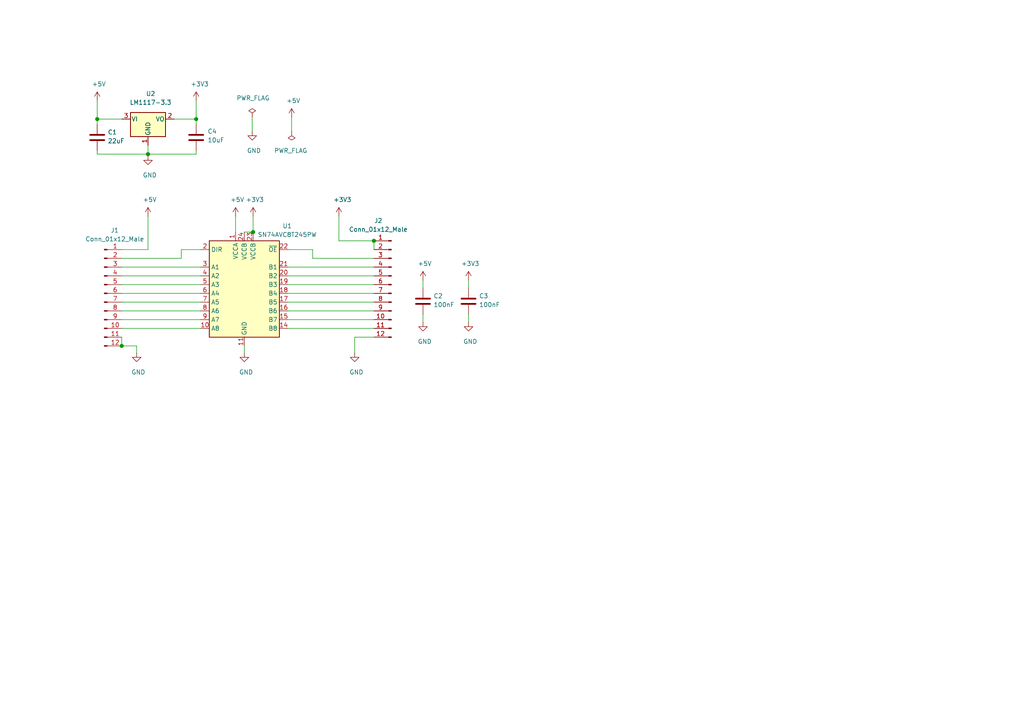
<source format=kicad_sch>
(kicad_sch (version 20201015) (generator eeschema)
  (paper "A4")
  (lib_symbols
    (symbol "Connector:Conn_01x12_Male" (pin_names (offset 1.016) hide)
      (property "Reference" "J" (at 0 15.24 0))
      (property "Value" "Conn_01x12_Male" (at 0 -17.78 0))
      (symbol "Conn_01x12_Male_1_1"
        (rectangle (start 0.8636 -15.113) (end 0 -15.367) (stroke (width 0.1524)) (fill (type outline)))
        (rectangle (start 0.8636 -12.573) (end 0 -12.827) (stroke (width 0.1524)) (fill (type outline)))
        (rectangle (start 0.8636 -10.033) (end 0 -10.287) (stroke (width 0.1524)) (fill (type outline)))
        (rectangle (start 0.8636 -7.493) (end 0 -7.747) (stroke (width 0.1524)) (fill (type outline)))
        (rectangle (start 0.8636 -4.953) (end 0 -5.207) (stroke (width 0.1524)) (fill (type outline)))
        (rectangle (start 0.8636 -2.413) (end 0 -2.667) (stroke (width 0.1524)) (fill (type outline)))
        (rectangle (start 0.8636 0.127) (end 0 -0.127) (stroke (width 0.1524)) (fill (type outline)))
        (rectangle (start 0.8636 2.667) (end 0 2.413) (stroke (width 0.1524)) (fill (type outline)))
        (rectangle (start 0.8636 5.207) (end 0 4.953) (stroke (width 0.1524)) (fill (type outline)))
        (rectangle (start 0.8636 7.747) (end 0 7.493) (stroke (width 0.1524)) (fill (type outline)))
        (rectangle (start 0.8636 10.287) (end 0 10.033) (stroke (width 0.1524)) (fill (type outline)))
        (rectangle (start 0.8636 12.827) (end 0 12.573) (stroke (width 0.1524)) (fill (type outline)))
        (polyline (pts (xy 1.27 -15.24) (xy 0.8636 -15.24)) (stroke (width 0.1524)))
        (polyline (pts (xy 1.27 -12.7) (xy 0.8636 -12.7)) (stroke (width 0.1524)))
        (polyline (pts (xy 1.27 -10.16) (xy 0.8636 -10.16)) (stroke (width 0.1524)))
        (polyline (pts (xy 1.27 -7.62) (xy 0.8636 -7.62)) (stroke (width 0.1524)))
        (polyline (pts (xy 1.27 -5.08) (xy 0.8636 -5.08)) (stroke (width 0.1524)))
        (polyline (pts (xy 1.27 -2.54) (xy 0.8636 -2.54)) (stroke (width 0.1524)))
        (polyline (pts (xy 1.27 0) (xy 0.8636 0)) (stroke (width 0.1524)))
        (polyline (pts (xy 1.27 2.54) (xy 0.8636 2.54)) (stroke (width 0.1524)))
        (polyline (pts (xy 1.27 5.08) (xy 0.8636 5.08)) (stroke (width 0.1524)))
        (polyline (pts (xy 1.27 7.62) (xy 0.8636 7.62)) (stroke (width 0.1524)))
        (polyline (pts (xy 1.27 10.16) (xy 0.8636 10.16)) (stroke (width 0.1524)))
        (polyline (pts (xy 1.27 12.7) (xy 0.8636 12.7)) (stroke (width 0.1524)))
        (pin passive line (at 5.08 12.7 180) (length 3.81) (name "Pin_1") (number "1"))
        (pin passive line (at 5.08 -10.16 180) (length 3.81) (name "Pin_10") (number "10"))
        (pin passive line (at 5.08 -12.7 180) (length 3.81) (name "Pin_11") (number "11"))
        (pin passive line (at 5.08 -15.24 180) (length 3.81) (name "Pin_12") (number "12"))
        (pin passive line (at 5.08 10.16 180) (length 3.81) (name "Pin_2") (number "2"))
        (pin passive line (at 5.08 7.62 180) (length 3.81) (name "Pin_3") (number "3"))
        (pin passive line (at 5.08 5.08 180) (length 3.81) (name "Pin_4") (number "4"))
        (pin passive line (at 5.08 2.54 180) (length 3.81) (name "Pin_5") (number "5"))
        (pin passive line (at 5.08 0 180) (length 3.81) (name "Pin_6") (number "6"))
        (pin passive line (at 5.08 -2.54 180) (length 3.81) (name "Pin_7") (number "7"))
        (pin passive line (at 5.08 -5.08 180) (length 3.81) (name "Pin_8") (number "8"))
        (pin passive line (at 5.08 -7.62 180) (length 3.81) (name "Pin_9") (number "9"))
      )
    )
    (symbol "Device:C" (pin_numbers hide) (pin_names (offset 0.254))
      (property "Reference" "C" (at 0.635 2.54 0))
      (property "Value" "C" (at 0.635 -2.54 0))
      (symbol "C_0_1"
        (polyline (pts (xy -2.032 -0.762) (xy 2.032 -0.762)) (stroke (width 0.508)))
        (polyline (pts (xy -2.032 0.762) (xy 2.032 0.762)) (stroke (width 0.508)))
      )
      (symbol "C_1_1"
        (pin passive line (at 0 3.81 270) (length 2.794) (name "~") (number "1"))
        (pin passive line (at 0 -3.81 90) (length 2.794) (name "~") (number "2"))
      )
    )
    (symbol "Logic_LevelTranslator:SN74AVC8T245PW"
      (property "Reference" "U" (at -8.89 13.97 0))
      (property "Value" "SN74AVC8T245PW" (at 12.7 13.97 0))
      (symbol "SN74AVC8T245PW_0_1"
        (rectangle (start -10.16 12.7) (end 10.16 -15.24) (stroke (width 0.254)) (fill (type background)))
      )
      (symbol "SN74AVC8T245PW_1_1"
        (pin power_in line (at -2.54 15.24 270) (length 2.54) (name "VCCA") (number "1"))
        (pin bidirectional line (at -12.7 -12.7 0) (length 2.54) (name "A8") (number "10"))
        (pin power_in line (at 0 -17.78 90) (length 2.54) (name "GND") (number "11"))
        (pin passive line (at 0 -17.78 90) (length 2.54) hide (name "GND") (number "12"))
        (pin passive line (at 0 -17.78 90) (length 2.54) hide (name "GND") (number "13"))
        (pin bidirectional line (at 12.7 -12.7 180) (length 2.54) (name "B8") (number "14"))
        (pin bidirectional line (at 12.7 -10.16 180) (length 2.54) (name "B7") (number "15"))
        (pin bidirectional line (at 12.7 -7.62 180) (length 2.54) (name "B6") (number "16"))
        (pin bidirectional line (at 12.7 -5.08 180) (length 2.54) (name "B5") (number "17"))
        (pin bidirectional line (at 12.7 -2.54 180) (length 2.54) (name "B4") (number "18"))
        (pin bidirectional line (at 12.7 0 180) (length 2.54) (name "B3") (number "19"))
        (pin input line (at -12.7 10.16 0) (length 2.54) (name "DIR") (number "2"))
        (pin bidirectional line (at 12.7 2.54 180) (length 2.54) (name "B2") (number "20"))
        (pin bidirectional line (at 12.7 5.08 180) (length 2.54) (name "B1") (number "21"))
        (pin input line (at 12.7 10.16 180) (length 2.54) (name "~OE") (number "22"))
        (pin power_in line (at 2.54 15.24 270) (length 2.54) (name "VCCB") (number "23"))
        (pin power_in line (at 0 15.24 270) (length 2.54) (name "VCCB") (number "24"))
        (pin bidirectional line (at -12.7 5.08 0) (length 2.54) (name "A1") (number "3"))
        (pin bidirectional line (at -12.7 2.54 0) (length 2.54) (name "A2") (number "4"))
        (pin bidirectional line (at -12.7 0 0) (length 2.54) (name "A3") (number "5"))
        (pin bidirectional line (at -12.7 -2.54 0) (length 2.54) (name "A4") (number "6"))
        (pin bidirectional line (at -12.7 -5.08 0) (length 2.54) (name "A5") (number "7"))
        (pin bidirectional line (at -12.7 -7.62 0) (length 2.54) (name "A6") (number "8"))
        (pin bidirectional line (at -12.7 -10.16 0) (length 2.54) (name "A7") (number "9"))
      )
    )
    (symbol "Regulator_Linear:LM1117-3.3" (pin_names (offset 0.254))
      (property "Reference" "U" (at -3.81 3.175 0))
      (property "Value" "LM1117-3.3" (at 0 3.175 0))
      (symbol "LM1117-3.3_0_1"
        (rectangle (start -5.08 -5.08) (end 5.08 1.905) (stroke (width 0.254)) (fill (type background)))
      )
      (symbol "LM1117-3.3_1_1"
        (pin power_in line (at 0 -7.62 90) (length 2.54) (name "GND") (number "1"))
        (pin power_out line (at 7.62 0 180) (length 2.54) (name "VO") (number "2"))
        (pin power_in line (at -7.62 0 0) (length 2.54) (name "VI") (number "3"))
      )
    )
    (symbol "power:+3V3" (power) (pin_names (offset 0))
      (property "Value" "+3V3" (at 0 3.556 0))
      (symbol "+3V3_0_1"
        (polyline (pts (xy -0.762 1.27) (xy 0 2.54)))
        (polyline (pts (xy 0 0) (xy 0 2.54)))
        (polyline (pts (xy 0 2.54) (xy 0.762 1.27)))
      )
      (symbol "+3V3_1_1"
        (pin power_in line (at 0 0 90) (length 0) hide (name "+3V3") (number "1"))
      )
    )
    (symbol "power:+5V" (power) (pin_names (offset 0))
      (property "Value" "+5V" (at 0 3.556 0))
      (symbol "+5V_0_1"
        (polyline (pts (xy -0.762 1.27) (xy 0 2.54)))
        (polyline (pts (xy 0 0) (xy 0 2.54)))
        (polyline (pts (xy 0 2.54) (xy 0.762 1.27)))
      )
      (symbol "+5V_1_1"
        (pin power_in line (at 0 0 90) (length 0) hide (name "+5V") (number "1"))
      )
    )
    (symbol "power:GND" (power) (pin_names (offset 0))
      (property "Value" "GND" (at 0 -3.81 0))
      (symbol "GND_0_1"
        (polyline (pts (xy 0 0) (xy 0 -1.27) (xy 1.27 -1.27) (xy 0 -2.54) (xy -1.27 -1.27) (xy 0 -1.27)))
      )
      (symbol "GND_1_1"
        (pin power_in line (at 0 0 270) (length 0) hide (name "GND") (number "1"))
      )
    )
    (symbol "power:PWR_FLAG" (power) (pin_numbers hide) (pin_names (offset 0) hide)
      (property "Value" "PWR_FLAG" (at 0 3.81 0))
      (symbol "PWR_FLAG_0_0"
        (pin power_out line (at 0 0 90) (length 0) (name "pwr") (number "1"))
      )
      (symbol "PWR_FLAG_0_1"
        (polyline (pts (xy 0 0) (xy 0 1.27) (xy -1.016 1.905) (xy 0 2.54) (xy 1.016 1.905) (xy 0 1.27)))
      )
    )
  )
  (junction (at 28.194 34.544) (diameter 1.016))
  (junction (at 35.306 100.33) (diameter 1.016))
  (junction (at 42.926 44.704) (diameter 1.016))
  (junction (at 56.896 34.544) (diameter 1.016))
  (junction (at 73.406 67.31) (diameter 1.016))
  (junction (at 108.458 69.85) (diameter 1.016))
  (wire (pts (xy 28.194 29.21) (xy 28.194 34.544)))
  (wire (pts (xy 28.194 34.544) (xy 28.194 36.068)))
  (wire (pts (xy 28.194 34.544) (xy 35.306 34.544)))
  (wire (pts (xy 28.194 43.688) (xy 28.194 44.704)))
  (wire (pts (xy 28.194 44.704) (xy 42.926 44.704)))
  (wire (pts (xy 35.306 72.39) (xy 42.926 72.39)))
  (wire (pts (xy 35.306 74.93) (xy 52.578 74.93)))
  (wire (pts (xy 35.306 77.47) (xy 58.166 77.47)))
  (wire (pts (xy 35.306 80.01) (xy 58.166 80.01)))
  (wire (pts (xy 35.306 82.55) (xy 58.166 82.55)))
  (wire (pts (xy 35.306 85.09) (xy 58.166 85.09)))
  (wire (pts (xy 35.306 87.63) (xy 58.166 87.63)))
  (wire (pts (xy 35.306 90.17) (xy 58.166 90.17)))
  (wire (pts (xy 35.306 92.71) (xy 58.166 92.71)))
  (wire (pts (xy 35.306 95.25) (xy 58.166 95.25)))
  (wire (pts (xy 35.306 97.79) (xy 35.306 100.33)))
  (wire (pts (xy 35.306 100.33) (xy 39.624 100.33)))
  (wire (pts (xy 39.624 100.33) (xy 39.624 102.362)))
  (wire (pts (xy 42.926 42.164) (xy 42.926 44.704)))
  (wire (pts (xy 42.926 44.704) (xy 42.926 45.212)))
  (wire (pts (xy 42.926 62.738) (xy 42.926 72.39)))
  (wire (pts (xy 50.546 34.544) (xy 56.896 34.544)))
  (wire (pts (xy 52.578 72.39) (xy 58.166 72.39)))
  (wire (pts (xy 52.578 74.93) (xy 52.578 72.39)))
  (wire (pts (xy 56.896 34.544) (xy 56.896 29.21)))
  (wire (pts (xy 56.896 34.544) (xy 56.896 36.068)))
  (wire (pts (xy 56.896 43.688) (xy 56.896 44.704)))
  (wire (pts (xy 56.896 44.704) (xy 42.926 44.704)))
  (wire (pts (xy 68.326 62.738) (xy 68.326 67.31)))
  (wire (pts (xy 70.866 67.31) (xy 73.406 67.31)))
  (wire (pts (xy 70.866 100.33) (xy 70.866 102.362)))
  (wire (pts (xy 73.152 34.036) (xy 73.152 38.1)))
  (wire (pts (xy 73.406 62.738) (xy 73.406 67.31)))
  (wire (pts (xy 83.566 72.39) (xy 90.678 72.39)))
  (wire (pts (xy 83.566 77.47) (xy 108.458 77.47)))
  (wire (pts (xy 83.566 80.01) (xy 108.458 80.01)))
  (wire (pts (xy 83.566 82.55) (xy 108.458 82.55)))
  (wire (pts (xy 83.566 85.09) (xy 108.458 85.09)))
  (wire (pts (xy 83.566 87.63) (xy 108.458 87.63)))
  (wire (pts (xy 83.566 90.17) (xy 108.458 90.17)))
  (wire (pts (xy 83.566 92.71) (xy 108.458 92.71)))
  (wire (pts (xy 83.566 95.25) (xy 108.458 95.25)))
  (wire (pts (xy 84.582 34.036) (xy 84.582 38.1)))
  (wire (pts (xy 90.678 72.39) (xy 90.678 74.93)))
  (wire (pts (xy 90.678 74.93) (xy 108.458 74.93)))
  (wire (pts (xy 98.298 62.738) (xy 98.298 69.85)))
  (wire (pts (xy 98.298 69.85) (xy 108.458 69.85)))
  (wire (pts (xy 102.87 97.79) (xy 102.87 102.362)))
  (wire (pts (xy 108.458 69.85) (xy 108.458 72.39)))
  (wire (pts (xy 108.458 97.79) (xy 102.87 97.79)))
  (wire (pts (xy 122.682 81.28) (xy 122.682 83.566)))
  (wire (pts (xy 122.682 91.186) (xy 122.682 93.472)))
  (wire (pts (xy 135.89 81.28) (xy 135.89 83.566)))
  (wire (pts (xy 135.89 91.186) (xy 135.89 93.472)))
  (symbol (lib_id "power:PWR_FLAG") (at 73.152 34.036 0) (unit 1)
    (property "Reference" "#FLG0102" (effects hide))
    (property "Value" "PWR_FLAG" (at 73.406 28.448 0))
  )
  (symbol (lib_id "power:PWR_FLAG") (at 84.582 38.1 180) (unit 1)
    (property "Reference" "#FLG0101" (effects hide))
    (property "Value" "PWR_FLAG" (at 84.328 43.688 0))
  )
  (symbol (lib_id "power:+5V") (at 28.194 29.21 0) (unit 1)
    (property "Reference" "#PWR0108" (effects hide))
    (property "Value" "+5V" (at 28.702 24.384 0))
  )
  (symbol (lib_id "power:+5V") (at 42.926 62.738 0) (unit 1)
    (property "Reference" "#PWR0103" (effects hide))
    (property "Value" "+5V" (at 43.434 57.912 0))
  )
  (symbol (lib_id "power:+3V3") (at 56.896 29.21 0) (unit 1)
    (property "Reference" "#PWR0109" (effects hide))
    (property "Value" "+3V3" (at 57.912 24.384 0))
  )
  (symbol (lib_id "power:+5V") (at 68.326 62.738 0) (unit 1)
    (property "Reference" "#PWR0102" (effects hide))
    (property "Value" "+5V" (at 68.834 57.912 0))
  )
  (symbol (lib_id "power:+3V3") (at 73.406 62.738 0) (unit 1)
    (property "Reference" "#PWR0101" (effects hide))
    (property "Value" "+3V3" (at 73.914 57.912 0))
  )
  (symbol (lib_id "power:+5V") (at 84.582 34.036 0) (unit 1)
    (property "Reference" "#PWR0116" (effects hide))
    (property "Value" "+5V" (at 85.09 29.21 0))
  )
  (symbol (lib_id "power:+3V3") (at 98.298 62.738 0) (unit 1)
    (property "Reference" "#PWR0107" (effects hide))
    (property "Value" "+3V3" (at 99.314 57.912 0))
  )
  (symbol (lib_id "power:+5V") (at 122.682 81.28 0) (unit 1)
    (property "Reference" "#PWR0110" (effects hide))
    (property "Value" "+5V" (at 123.19 76.454 0))
  )
  (symbol (lib_id "power:+3V3") (at 135.89 81.28 0) (unit 1)
    (property "Reference" "#PWR0111" (effects hide))
    (property "Value" "+3V3" (at 136.398 76.454 0))
  )
  (symbol (lib_id "power:GND") (at 39.624 102.362 0) (unit 1)
    (property "Reference" "#PWR0104" (effects hide))
    (property "Value" "GND" (at 40.132 107.95 0))
  )
  (symbol (lib_id "power:GND") (at 42.926 45.212 0) (unit 1)
    (property "Reference" "#PWR0114" (effects hide))
    (property "Value" "GND" (at 43.434 50.8 0))
  )
  (symbol (lib_id "power:GND") (at 70.866 102.362 0) (unit 1)
    (property "Reference" "#PWR0105" (effects hide))
    (property "Value" "GND" (at 71.374 107.95 0))
  )
  (symbol (lib_id "power:GND") (at 73.152 38.1 0) (unit 1)
    (property "Reference" "#PWR0115" (effects hide))
    (property "Value" "GND" (at 73.66 43.688 0))
  )
  (symbol (lib_id "power:GND") (at 102.87 102.362 0) (unit 1)
    (property "Reference" "#PWR0106" (effects hide))
    (property "Value" "GND" (at 103.378 107.95 0))
  )
  (symbol (lib_id "power:GND") (at 122.682 93.472 0) (unit 1)
    (property "Reference" "#PWR0112" (effects hide))
    (property "Value" "GND" (at 123.19 99.06 0))
  )
  (symbol (lib_id "power:GND") (at 135.89 93.472 0) (unit 1)
    (property "Reference" "#PWR0113" (effects hide))
    (property "Value" "GND" (at 136.398 99.06 0))
  )
  (symbol (lib_id "Device:C") (at 28.194 39.878 0) (unit 1)
    (property "Reference" "C1" (at 31.242 38.354 0) (effects (justify left)))
    (property "Value" "22uF" (at 31.242 40.894 0) (effects (justify left)))
    (property "Footprint" "Capacitor_SMD:C_0805_2012Metric" (effects hide))
  )
  (symbol (lib_id "Device:C") (at 56.896 39.878 0) (unit 1)
    (property "Reference" "C4" (at 60.198 38.1 0) (effects (justify left)))
    (property "Value" "10uF" (at 60.198 40.64 0) (effects (justify left)))
    (property "Footprint" "Capacitor_SMD:C_0805_2012Metric" (effects hide))
  )
  (symbol (lib_id "Device:C") (at 122.682 87.376 0) (unit 1)
    (property "Reference" "C2" (at 125.73 85.852 0) (effects (justify left)))
    (property "Value" "100nF" (at 125.73 88.392 0) (effects (justify left)))
    (property "Footprint" "Capacitor_SMD:C_0603_1608Metric" (effects hide))
  )
  (symbol (lib_id "Device:C") (at 135.89 87.376 0) (unit 1)
    (property "Reference" "C3" (at 138.938 85.852 0) (effects (justify left)))
    (property "Value" "100nF" (at 138.938 88.392 0) (effects (justify left)))
    (property "Footprint" "Capacitor_SMD:C_0603_1608Metric" (effects hide))
  )
  (symbol (lib_id "Regulator_Linear:LM1117-3.3") (at 42.926 34.544 0) (unit 1)
    (property "Reference" "U2" (at 43.688 27.178 0))
    (property "Value" "LM1117-3.3" (at 43.688 29.718 0))
    (property "Footprint" "Package_TO_SOT_SMD:SOT-223-3_TabPin2" (effects hide))
    (property "Datasheet" "http://www.ti.com/lit/ds/symlink/lm1117.pdf" (effects hide))
  )
  (symbol (lib_id "Connector:Conn_01x12_Male") (at 30.226 85.09 0) (unit 1)
    (property "Reference" "J1" (at 33.274 66.802 0))
    (property "Value" "Conn_01x12_Male" (at 33.274 69.342 0))
    (property "Footprint" "Connector_PinHeader_2.54mm:PinHeader_1x12_P2.54mm_Vertical_SMD_Pin1Right" (effects hide))
  )
  (symbol (lib_id "Connector:Conn_01x12_Male") (at 113.538 82.55 0) (mirror y) (unit 1)
    (property "Reference" "J2" (at 109.728 64.008 0))
    (property "Value" "Conn_01x12_Male" (at 109.728 66.548 0))
    (property "Footprint" "Connector_PinHeader_2.54mm:PinHeader_1x12_P2.54mm_Vertical_SMD_Pin1Left" (effects hide))
  )
  (symbol (lib_id "Logic_LevelTranslator:SN74AVC8T245PW") (at 70.866 82.55 0) (unit 1)
    (property "Reference" "U1" (at 83.312 65.532 0))
    (property "Value" "SN74AVC8T245PW" (at 83.312 68.072 0))
    (property "Footprint" "Package_SO:QSOP-24_3.9x8.7mm_P0.635mm" (effects hide))
    (property "Datasheet" "https://www.ti.com/lit/ds/symlink/sn74avc8t245.pdf" (effects hide))
  )
)
</source>
